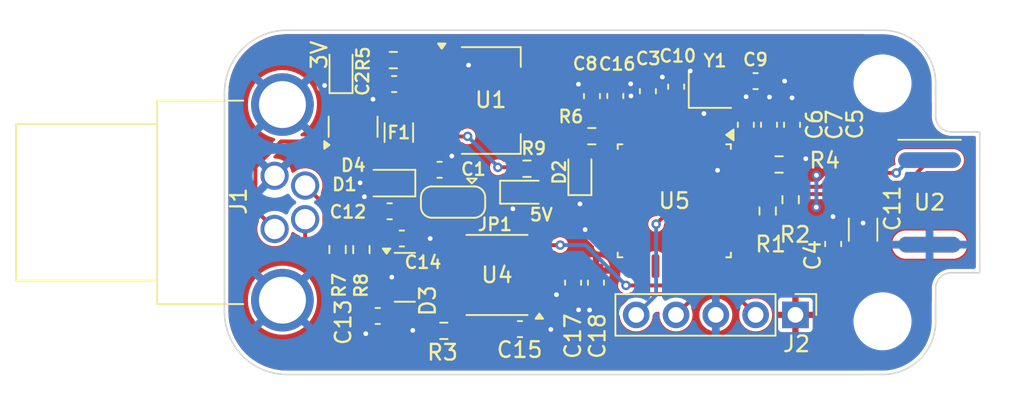
<source format=kicad_pcb>
(kicad_pcb
	(version 20240108)
	(generator "pcbnew")
	(generator_version "8.0")
	(general
		(thickness 1.6)
		(legacy_teardrops no)
	)
	(paper "A4")
	(layers
		(0 "F.Cu" signal)
		(31 "B.Cu" signal)
		(32 "B.Adhes" user "B.Adhesive")
		(33 "F.Adhes" user "F.Adhesive")
		(34 "B.Paste" user)
		(35 "F.Paste" user)
		(36 "B.SilkS" user "B.Silkscreen")
		(37 "F.SilkS" user "F.Silkscreen")
		(38 "B.Mask" user)
		(39 "F.Mask" user)
		(40 "Dwgs.User" user "User.Drawings")
		(41 "Cmts.User" user "User.Comments")
		(42 "Eco1.User" user "User.Eco1")
		(43 "Eco2.User" user "User.Eco2")
		(44 "Edge.Cuts" user)
		(45 "Margin" user)
		(46 "B.CrtYd" user "B.Courtyard")
		(47 "F.CrtYd" user "F.Courtyard")
		(48 "B.Fab" user)
		(49 "F.Fab" user)
		(50 "User.1" user)
		(51 "User.2" user)
		(52 "User.3" user)
		(53 "User.4" user)
		(54 "User.5" user)
		(55 "User.6" user)
		(56 "User.7" user)
		(57 "User.8" user)
		(58 "User.9" user)
	)
	(setup
		(stackup
			(layer "F.SilkS"
				(type "Top Silk Screen")
			)
			(layer "F.Paste"
				(type "Top Solder Paste")
			)
			(layer "F.Mask"
				(type "Top Solder Mask")
				(thickness 0.01)
			)
			(layer "F.Cu"
				(type "copper")
				(thickness 0.035)
			)
			(layer "dielectric 1"
				(type "core")
				(thickness 1.51)
				(material "FR4")
				(epsilon_r 4.5)
				(loss_tangent 0.02)
			)
			(layer "B.Cu"
				(type "copper")
				(thickness 0.035)
			)
			(layer "B.Mask"
				(type "Bottom Solder Mask")
				(thickness 0.01)
			)
			(layer "B.Paste"
				(type "Bottom Solder Paste")
			)
			(layer "B.SilkS"
				(type "Bottom Silk Screen")
			)
			(copper_finish "None")
			(dielectric_constraints no)
		)
		(pad_to_mask_clearance 0)
		(allow_soldermask_bridges_in_footprints no)
		(aux_axis_origin 36 49)
		(pcbplotparams
			(layerselection 0x00010fc_ffffffff)
			(plot_on_all_layers_selection 0x0000000_00000000)
			(disableapertmacros no)
			(usegerberextensions yes)
			(usegerberattributes no)
			(usegerberadvancedattributes no)
			(creategerberjobfile no)
			(dashed_line_dash_ratio 12.000000)
			(dashed_line_gap_ratio 3.000000)
			(svgprecision 4)
			(plotframeref no)
			(viasonmask no)
			(mode 1)
			(useauxorigin yes)
			(hpglpennumber 1)
			(hpglpenspeed 20)
			(hpglpendiameter 15.000000)
			(pdf_front_fp_property_popups yes)
			(pdf_back_fp_property_popups yes)
			(dxfpolygonmode yes)
			(dxfimperialunits yes)
			(dxfusepcbnewfont yes)
			(psnegative no)
			(psa4output no)
			(plotreference yes)
			(plotvalue no)
			(plotfptext yes)
			(plotinvisibletext no)
			(sketchpadsonfab no)
			(subtractmaskfromsilk yes)
			(outputformat 1)
			(mirror no)
			(drillshape 0)
			(scaleselection 1)
			(outputdirectory "gerber")
		)
	)
	(net 0 "")
	(net 1 "+3.3V")
	(net 2 "GND")
	(net 3 "+5V")
	(net 4 "/I2C_SDA")
	(net 5 "/I2C_SCL")
	(net 6 "CAN_H")
	(net 7 "CAN_L")
	(net 8 "Net-(U4-Rs)")
	(net 9 "NRST")
	(net 10 "Net-(U5-PF0)")
	(net 11 "SWDIO")
	(net 12 "Net-(U5-PF1)")
	(net 13 "/Vref")
	(net 14 "Net-(D4-K)")
	(net 15 "Net-(D4-A)")
	(net 16 "Net-(JP1-C)")
	(net 17 "Net-(U5-PB8)")
	(net 18 "unconnected-(U5-PB5-Pad28)")
	(net 19 "unconnected-(U5-PA8-Pad18)")
	(net 20 "unconnected-(U5-PA15-Pad25)")
	(net 21 "SWCLK")
	(net 22 "unconnected-(U5-PA7-Pad13)")
	(net 23 "unconnected-(U5-PA5-Pad11)")
	(net 24 "unconnected-(U5-PA9-Pad19)")
	(net 25 "unconnected-(U5-PA1-Pad7)")
	(net 26 "unconnected-(U5-PB4-Pad27)")
	(net 27 "unconnected-(U5-PA6-Pad12)")
	(net 28 "unconnected-(U5-PA10-Pad20)")
	(net 29 "/CAN_Tx")
	(net 30 "/CAN_Rx")
	(net 31 "unconnected-(U5-PB0-Pad14)")
	(net 32 "unconnected-(U5-PB1-Pad15)")
	(net 33 "unconnected-(U5-PA4-Pad10)")
	(net 34 "Net-(D2-A)")
	(net 35 "unconnected-(U5-PA0-Pad6)")
	(net 36 "/STATUS_LED")
	(net 37 "unconnected-(U5-PA2-Pad8)")
	(net 38 "unconnected-(U5-PB3-Pad26)")
	(net 39 "Net-(VO1-A)")
	(net 40 "Net-(VO2-A)")
	(footprint "Package_TO_SOT_SMD:SOT-23" (layer "F.Cu") (at 146.51 45.79))
	(footprint "Capacitor_SMD:C_0603_1608Metric" (layer "F.Cu") (at 145.545 41.57 180))
	(footprint "Connector_PinHeader_2.54mm:PinHeader_1x05_P2.54mm_Vertical" (layer "F.Cu") (at 171.44 48.19 -90))
	(footprint "Crystal:Crystal_SMD_2016-4Pin_2.0x1.6mm" (layer "F.Cu") (at 165.985 33.81))
	(footprint "FaSTTUBe_connectors:M8_718_4pin_horizontal" (layer "F.Cu") (at 138.2 41 -90))
	(footprint "Capacitor_SMD:C_0603_1608Metric" (layer "F.Cu") (at 153.86 49.1))
	(footprint "MountingHole:MountingHole_3.2mm_M3_DIN965" (layer "F.Cu") (at 177 33.4))
	(footprint "Diode_SMD:D_SOD-323" (layer "F.Cu") (at 145.57 39.77 180))
	(footprint "TTS:TO-39_sidemount" (layer "F.Cu") (at 180 41))
	(footprint "Package_SO:SOIC-8_3.9x4.9mm_P1.27mm" (layer "F.Cu") (at 152.395 45.64 180))
	(footprint "LED_SMD:LED_0603_1608Metric_Pad1.05x0.95mm_HandSolder" (layer "F.Cu") (at 154.2525 40.35))
	(footprint "TTS:SOT-23" (layer "F.Cu") (at 143.21 36.17 90))
	(footprint "Resistor_SMD:R_0603_1608Metric" (layer "F.Cu") (at 169.67 41.55 90))
	(footprint "MountingHole:MountingHole_3.2mm_M3_DIN965" (layer "F.Cu") (at 177 48.6))
	(footprint "Resistor_SMD:R_0603_1608Metric" (layer "F.Cu") (at 149 49.21 180))
	(footprint "Resistor_SMD:R_0603_1608Metric" (layer "F.Cu") (at 171.135 40.83 90))
	(footprint "Resistor_SMD:R_0603_1608Metric" (layer "F.Cu") (at 154.31 38.85))
	(footprint "Package_QFP:LQFP-32_7x7mm_P0.8mm" (layer "F.Cu") (at 163.71 40.9 -90))
	(footprint "LED_SMD:LED_0603_1608Metric_Pad1.05x0.95mm_HandSolder" (layer "F.Cu") (at 142.44 32.36 90))
	(footprint "Capacitor_SMD:C_0603_1608Metric" (layer "F.Cu") (at 168.275 36.04 90))
	(footprint "Capacitor_SMD:C_0603_1608Metric" (layer "F.Cu") (at 146.32 43.31 180))
	(footprint "LED_SMD:LED_0603_1608Metric" (layer "F.Cu") (at 157.685 39.05 90))
	(footprint "Fuse:Fuse_1206_3216Metric" (layer "F.Cu") (at 146.13 36.54 -90))
	(footprint "Resistor_SMD:R_0603_1608Metric" (layer "F.Cu") (at 145.78 31.91 180))
	(footprint "Capacitor_SMD:C_0603_1608Metric" (layer "F.Cu") (at 157.25 46.13 -90))
	(footprint "Resistor_SMD:R_0603_1608Metric" (layer "F.Cu") (at 143.74 44.02 90))
	(footprint "Resistor_SMD:R_0603_1608Metric" (layer "F.Cu") (at 170.395 38.58))
	(footprint "Capacitor_SMD:C_0603_1608Metric" (layer "F.Cu") (at 158.455 34.21 90))
	(footprint "Jumper:SolderJumper-3_P1.3mm_Open_RoundedPad1.0x1.5mm" (layer "F.Cu") (at 149.59 40.9825 180))
	(footprint "Capacitor_SMD:C_0603_1608Metric" (layer "F.Cu") (at 163.83 33.61 90))
	(footprint "Capacitor_SMD:C_0603_1608Metric" (layer "F.Cu") (at 173.85 43.66 90))
	(footprint "Package_TO_SOT_SMD:SOT-223-3_TabPin2" (layer "F.Cu") (at 152 34.49))
	(footprint "Capacitor_SMD:C_1206_3216Metric" (layer "F.Cu") (at 175.76 42.745 90))
	(footprint "Capacitor_SMD:C_0603_1608Metric" (layer "F.Cu") (at 168.9 33.25 180))
	(footprint "Capacitor_SMD:C_0603_1608Metric" (layer "F.Cu") (at 158.71 46.13 -90))
	(footprint "Capacitor_SMD:C_0603_1608Metric" (layer "F.Cu") (at 148.73 38.92))
	(footprint "Resistor_SMD:R_0603_1608Metric" (layer "F.Cu") (at 158.445 36.77 180))
	(footprint "Capacitor_SMD:C_0603_1608Metric" (layer "F.Cu") (at 159.945 34.2 90))
	(footprint "Resistor_SMD:R_0603_1608Metric" (layer "F.Cu") (at 142.22 44.01 -90))
	(footprint "Capacitor_SMD:C_0603_1608Metric"
		(layer "F.Cu")
		(uuid "e9aee7ad-d638-4c4a-87cb-c8f5124c4142")
		(at 145.83 33.44 180)
		(descr "Capacitor SMD 0603 (1608 Metric), square (rectangular) end terminal, IPC_7351 nominal, (Body size source: IPC-SM-782 page 76, https://www.pcb-3d.com/wordpress/wp-content/uploads/ipc-sm-782a_amendment_1_and_2.pdf), generated with kicad-footprint-generator")
		(tags "capacitor")
		(property "Reference" "C2"
			(at 2.02 0.03 90)
			(layer "F.SilkS")
			(uuid "9107a9e8-ddce-44b6-8243-4b3c503d8ac9")
			(effects
				(font
					(size 0.8 0.8)
					(thickness 0.15)
				)
			)
		)
		(property "Value" "4,7u"
			(at 0 1.43 0)
			(layer "F.Fab")
			(uuid "2cc087bc-9b11-4ea5-a45e-089d5cab9ab7")
			(effects
				(font
					(size 1 1)
					(thickness 0.15)
				)
			)
		)
		(property "Footprint" "Capacitor_SMD:C_0603_1608Metric"
			(at 0 0 180)
			(unlocked yes)
			(layer "F.Fab")
			(hide yes)
			(uuid "02f24cbb-be53-4311-be60-d4f63e4cd5b2")
			(effects
				(font
					(size 1.27 1.27)
					(thickness 0.15)
				)
			)
		)
		(property "Datasheet" ""
			(at 0 0 180)
			(unlocked yes)
			(layer "F.Fab")
			(hide yes)
			(uuid "190d60dd-d182-422a-bfa8-5dfaa64a2aea")
			(effects
				(font
					(size 1.27 1.27)
					(thickness 0.15)
				)
			)
		)
		(property "Description" ""
			(at 0 0 180)
			(unlocked yes)
			(layer "F.Fab")
			(hide yes)
			(uuid "7862a13e-51e6-46d8-ab20-9150706a814c")
			(effects
				(font
					(size 1.27 1.27)
					(thickness 0.15)
				)
			)
		)
		(property "LCSC" "C15849"
			(at 0 0 180)
			(unlocked yes)
			(layer "F.Fab")
			(hide yes)
			(uuid "911c4945-f300-4fa6-a87f-62fd10d9abbe")
			(effects
				(font
					(size 1 1)
					(thickness 0.15)
				)
			)
		)
		(property ki_fp_filters "C_*")
		(path "/d31f1739-8ef6-4d17-981b-a1310d66cc95")
		(sheetname "Root")
		(sheetfile "TTS.kicad_sch")
		(attr smd)
		(fp_line
			(start -0.14058 0.51)
			(end 0.14058 0.51)
			(stroke
				(width 0.12)
				(type solid)
			)
			(layer "F.SilkS")
			(uuid "bf9ceb5c-bcdd-481f-b8f4-a976ecda3a06")
		)
		(fp_line
			(start -0.14058 -0.51)
			(end 0.14058 -0.51)
			(stroke
				(width 0.12)
				(type solid)
			)
			(layer "F.SilkS")
			(uuid "7e42134d-81d8-4593-bd26-e2b2e1d08395")
		)
		(fp_line
			(start 1.48 0.73)
			(end -1.48 0.73)
			(stroke
				(width 0.05)
				(type solid)
			)
			(layer "F.CrtYd")
			(uuid "ebe31fa7-ab72-4e48-b04d-8c90349d1661")
		)
		(fp_line
			(start 1.48 -0.73)
			(end 1.48 0.73)
			(stroke
				(width 0.05)
				(type solid)
			)
			(layer "F.CrtYd")
			(uuid "6c6cf181-24b7-46d7-81dd-201aa55d6359")
		)
		(fp_line
			(start -1.48 0.73)
			(end -1.48 -0.73)
			(stroke
				(width 0.05)
				(type solid)
			)
			(layer "F.CrtYd")
			(uuid "89d5ffc3-767d-4677-b3dd-824bacb3b2cf")
		)
		(fp_line
			(start -1.48 -0.73)
			(end 1.48 -0.73)
			(stroke
				(width 0.05)
				(type solid)
			)
			(layer "F.CrtYd")
			(uuid "84618578-4697-4e65-8e33-0e9dc8c3e893")
		)
		(fp_line
			(start 0.8 0.4)
			(end -0.8 0.4)
			(stroke
				(width 0.1)
				(type solid)
			)
			(layer "F.Fab")
			(uuid "64ea3970-6cdb-431b-b467-5a3f13728271")
		)
		(fp_line
			(start 0.8 -0.4)
			(end 0.8 0.4)
			(stroke
				(width 0.1)
				(type solid)
			)
			(layer "F.Fab")
			(uuid "0f747995-8206-4013-90e2-c1774bf2a099")
		)
		(fp_line
			(start -0.8 0.4)
			(end -0.8 -
... [252348 chars truncated]
</source>
